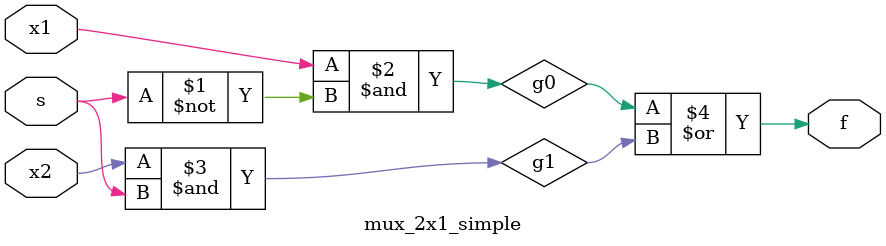
<source format=v>
`timescale 1ns / 1ps


module mux_2x1_simple(
    input x1,x2,s,
    output f
    );
    wire g0,g1;
    and A0(g0,x1,~s);
    and A1(g1,x2,s);
    or O0(f,g0,g1);
endmodule
</source>
